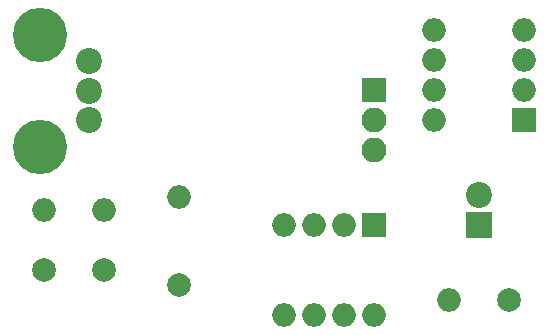
<source format=gbr>
G04 #@! TF.GenerationSoftware,KiCad,Pcbnew,(5.0.0-3-g5ebb6b6)*
G04 #@! TF.CreationDate,2018-09-05T20:54:59-07:00*
G04 #@! TF.ProjectId,Light Sensor with TH,4C696768742053656E736F7220776974,rev?*
G04 #@! TF.SameCoordinates,Original*
G04 #@! TF.FileFunction,Soldermask,Top*
G04 #@! TF.FilePolarity,Negative*
%FSLAX46Y46*%
G04 Gerber Fmt 4.6, Leading zero omitted, Abs format (unit mm)*
G04 Created by KiCad (PCBNEW (5.0.0-3-g5ebb6b6)) date Wednesday, September 05, 2018 at 08:54:59 PM*
%MOMM*%
%LPD*%
G01*
G04 APERTURE LIST*
%ADD10C,2.000000*%
%ADD11O,2.000000X2.000000*%
%ADD12R,2.100000X2.100000*%
%ADD13O,2.100000X2.100000*%
%ADD14R,2.200000X2.200000*%
%ADD15C,2.200000*%
%ADD16R,2.000000X2.000000*%
%ADD17C,4.600000*%
G04 APERTURE END LIST*
D10*
G04 #@! TO.C,C1*
X143510000Y-101600000D03*
D11*
X143510000Y-94100000D03*
G04 #@! TD*
D12*
G04 #@! TO.C,J1*
X160020000Y-85090000D03*
D13*
X160020000Y-87630000D03*
X160020000Y-90170000D03*
G04 #@! TD*
D14*
G04 #@! TO.C,D1*
X168910000Y-96520000D03*
D15*
X168910000Y-93980000D03*
G04 #@! TD*
D11*
G04 #@! TO.C,U2*
X165100000Y-87630000D03*
X172720000Y-80010000D03*
X165100000Y-85090000D03*
X172720000Y-82550000D03*
X165100000Y-82550000D03*
X172720000Y-85090000D03*
X165100000Y-80010000D03*
D16*
X172720000Y-87630000D03*
G04 #@! TD*
G04 #@! TO.C,U1*
X160020000Y-96520000D03*
D11*
X152400000Y-104140000D03*
X157480000Y-96520000D03*
X154940000Y-104140000D03*
X154940000Y-96520000D03*
X157480000Y-104140000D03*
X152400000Y-96520000D03*
X160020000Y-104140000D03*
G04 #@! TD*
D15*
G04 #@! TO.C,RV1*
X135890000Y-82630000D03*
X135890000Y-85130000D03*
X135890000Y-87630000D03*
D17*
X131790000Y-80380000D03*
X131790000Y-89880000D03*
G04 #@! TD*
D10*
G04 #@! TO.C,R3*
X137160000Y-100330000D03*
D11*
X137160000Y-95250000D03*
G04 #@! TD*
G04 #@! TO.C,R2*
X166370000Y-102870000D03*
D10*
X171450000Y-102870000D03*
G04 #@! TD*
G04 #@! TO.C,R1*
X132080000Y-100330000D03*
D11*
X132080000Y-95250000D03*
G04 #@! TD*
M02*

</source>
